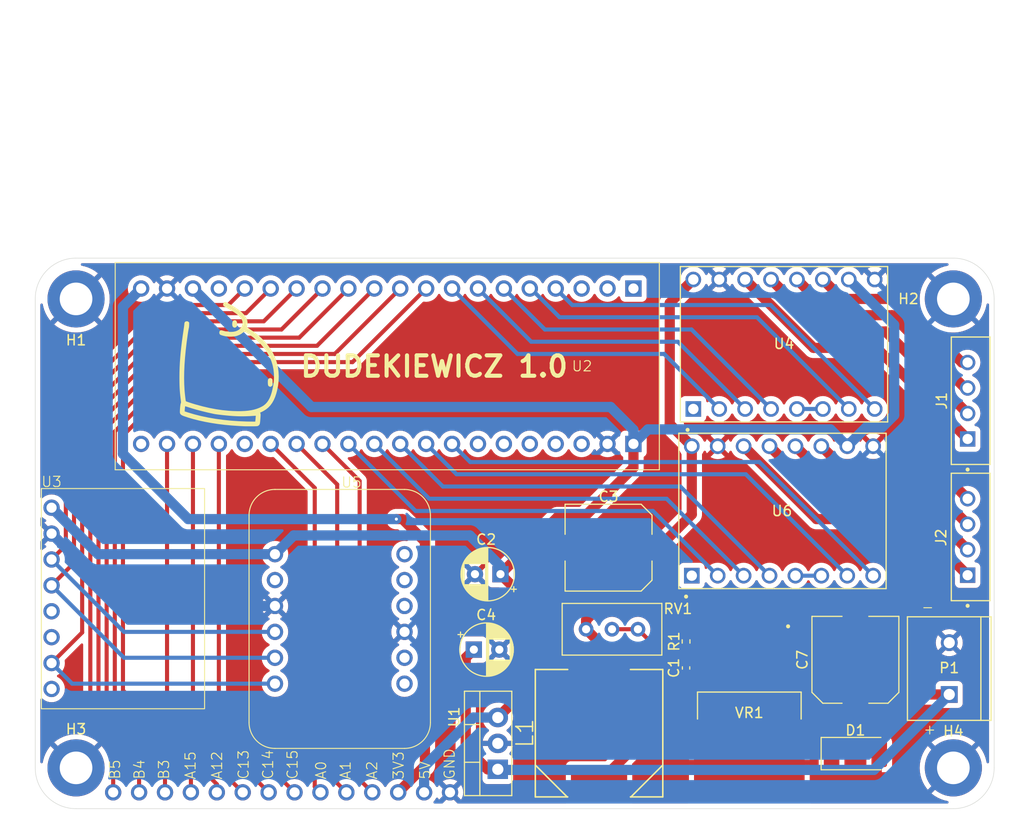
<source format=kicad_pcb>
(kicad_pcb (version 20240108) (generator "pcbnew") (generator_version "8.0")
  (layers (0 "F.Cu" signal) (31 "B.Cu" signal) (34 "B.Paste" user) (35 "F.Paste" user) (36 "B.SilkS" user "B.Silkscreen") (37 "F.SilkS" user "F.Silkscreen") (38 "B.Mask" user) (39 "F.Mask" user) (44 "Edge.Cuts" user))
  (net 0 "")
  (net 3 "P5")
  (net 5 "P1")
  (net 8 "+3V")
  (net 14 "P4")
  (net 17 "P6")
  (net 19 "P2")
  (net 20 "P3")
  (net 21 "Net-(VR1-FEEDBACK)")
  (net 22 "GND")
  (net 23 "+12V")
  (net 24 "+5V")
  (net 25 "Net-(D1-K)")
  (net 26 "Net-(U4-2B)")
  (net 27 "Net-(U4-1B)")
  (net 28 "Net-(U4-1A)")
  (net 29 "Net-(U4-2A)")
  (net 30 "Net-(U6-2A)")
  (net 31 "Net-(U6-1B)")
  (net 32 "Net-(U6-2B)")
  (net 33 "Net-(U6-1A)")
  (net 34 "MOT1_MS1")
  (net 35 "Net-(U4-~{RESET})")
  (net 36 "V_DRV")
  (net 37 "MOT1_MS2")
  (net 38 "MOT1_DIR")
  (net 39 "MOT1_MS3")
  (net 41 "MOT1_STEP")
  (net 42 "MOT2_MS3")
  (net 43 "Net-(U6-~{RESET})")
  (net 44 "MOT2_DIR")
  (net 45 "MOT2_MS2")
  (net 47 "MOT2_STEP")
  (net 48 "MOT2_MS1")
  (net 55 "INT")
  (net 56 "SDA")
  (net 57 "SCL")
  (net 58 "P10")
  (net 59 "P9")
  (net 60 "P8")
  (net 61 "P7")
  (net 62 "P11")
  (footprint "segway:logo" (layer "F.Cu") (at 139 90.4)
    (property "Reference" "G***" (hide yes))
    (property "Value" "LOGO" (hide yes))
  )
  (footprint "my-libraries:JST_B4B-EH-A" (layer "F.Cu") (at 211.4 107.35 90)
    (property "Reference" "J2" (at -0.05 -2.6 -90) (layer "F.SilkS"))
    (property "Value" "B4B-EH-A")
    (pad "1" thru_hole rect (at -3.75 0 90) (size 1.508 1.508) (drill 1) (layers "*.Cu" "*.Mask") (net 32 "Net-(U6-2B)"))
    (pad "2" thru_hole circle (at -1.25 0 90) (size 1.508 1.508) (drill 1) (layers "*.Cu" "*.Mask") (net 30 "Net-(U6-2A)"))
    (pad "3" thru_hole circle (at 1.25 0 90) (size 1.508 1.508) (drill 1) (layers "*.Cu" "*.Mask") (net 33 "Net-(U6-1A)"))
    (pad "4" thru_hole circle (at 3.75 0 90) (size 1.508 1.508) (drill 1) (layers "*.Cu" "*.Mask") (net 31 "Net-(U6-1B)"))
  )
  (footprint "Capacitor_SMD:C_Elec_8x10.2" (layer "F.Cu") (at 176.2 108.4 180)
    (property "Reference" "C3" (at 0 5 180) (layer "F.SilkS"))
    (property "Value" "220u")
    (pad "1" smd roundrect (at -3.6 0 180) (size 4.5 2.1) (layers "F.Cu" "F.Paste" "F.Mask") (roundrect_rratio 0.119048) (net 36 "V_DRV"))
    (pad "2" smd roundrect (at 3.6 0 180) (size 4.5 2.1) (layers "F.Cu" "F.Paste" "F.Mask") (roundrect_rratio 0.119048) (net 22 "GND"))
  )
  (footprint "MountingHole:MountingHole_3.2mm_M3_DIN965_Pad" (layer "F.Cu") (at 210 130)
    (property "Reference" "H4" (at 0 -3.6 0) (layer "F.SilkS"))
    (property "Value" "MountingHole_Pad")
    (pad "1" thru_hole circle (at 0 0) (size 5.6 5.6) (drill 3.2) (layers "*.Cu" "*.Mask") (net 22 "GND"))
  )
  (footprint "my-libraries:JST_B4B-EH-A" (layer "F.Cu") (at 211.4 93.9875 90)
    (property "Reference" "J1" (at -0.0125 -2.54 -90) (layer "F.SilkS"))
    (property "Value" "B4B-EH-A")
    (pad "1" thru_hole rect (at -3.75 0 90) (size 1.508 1.508) (drill 1) (layers "*.Cu" "*.Mask") (net 26 "Net-(U4-2B)"))
    (pad "2" thru_hole circle (at -1.25 0 90) (size 1.508 1.508) (drill 1) (layers "*.Cu" "*.Mask") (net 29 "Net-(U4-2A)"))
    (pad "3" thru_hole circle (at 1.25 0 90) (size 1.508 1.508) (drill 1) (layers "*.Cu" "*.Mask") (net 28 "Net-(U4-1A)"))
    (pad "4" thru_hole circle (at 3.75 0 90) (size 1.508 1.508) (drill 1) (layers "*.Cu" "*.Mask") (net 27 "Net-(U4-1B)"))
  )
  (footprint "Potentiometer_THT:Potentiometer_Bourns_3296W_Vertical" (layer "F.Cu") (at 179.08 116.4)
    (property "Reference" "RV1" (at 3.92 -2 0) (layer "F.SilkS"))
    (property "Value" "10k")
    (pad "1" thru_hole circle (at 0 0) (size 1.44 1.44) (drill 0.8) (layers "*.Cu" "*.Mask") (net 21 "Net-(VR1-FEEDBACK)"))
    (pad "2" thru_hole circle (at -2.54 0) (size 1.44 1.44) (drill 0.8) (layers "*.Cu" "*.Mask") (net 21 "Net-(VR1-FEEDBACK)"))
    (pad "3" thru_hole circle (at -5.08 0) (size 1.44 1.44) (drill 0.8) (layers "*.Cu" "*.Mask") (net 36 "V_DRV"))
  )
  (footprint "MountingHole:MountingHole_3.2mm_M3_DIN965_Pad" (layer "F.Cu") (at 124 130)
    (property "Reference" "H3" (at 0 -3.8 0) (layer "F.SilkS"))
    (property "Value" "MountingHole_Pad")
    (pad "1" thru_hole circle (at 0 0) (size 5.6 5.6) (drill 3.2) (layers "*.Cu" "*.Mask") (net 22 "GND"))
  )
  (footprint "segway:MODULE_A4988_STEPPER_MOTOR_DRIVER_CARRIER" (layer "F.Cu") (at 193.4 88.4475 90)
    (property "Reference" "U4" (at 0.0475 0 0) (layer "F.SilkS"))
    (property "Value" "A4988_STEPPER_MOTOR_DRIVER_CARRIER")
    (pad "1" thru_hole rect (at -6.35 -8.89 90) (size 1.53 1.53) (drill 1.02) (layers "*.Cu" "*.Mask"))
    (pad "2" thru_hole circle (at -6.35 -6.35 90) (size 1.53 1.53) (drill 1.02) (layers "*.Cu" "*.Mask") (net 34 "MOT1_MS1"))
    (pad "3" thru_hole circle (at -6.35 -3.81 90) (size 1.53 1.53) (drill 1.02) (layers "*.Cu" "*.Mask") (net 37 "MOT1_MS2"))
    (pad "4" thru_hole circle (at -6.35 -1.27 90) (size 1.53 1.53) (drill 1.02) (layers "*.Cu" "*.Mask") (net 39 "MOT1_MS3"))
    (pad "5" thru_hole circle (at -6.35 1.27 90) (size 1.53 1.53) (drill 1.02) (layers "*.Cu" "*.Mask") (net 35 "Net-(U4-~{RESET})"))
    (pad "6" thru_hole circle (at -6.35 3.81 90) (size 1.53 1.53) (drill 1.02) (layers "*.Cu" "*.Mask") (net 35 "Net-(U4-~{RESET})"))
    (pad "7" thru_hole circle (at -6.35 6.35 90) (size 1.53 1.53) (drill 1.02) (layers "*.Cu" "*.Mask") (net 41 "MOT1_STEP"))
    (pad "8" thru_hole circle (at -6.35 8.89 90) (size 1.53 1.53) (drill 1.02) (layers "*.Cu" "*.Mask") (net 38 "MOT1_DIR"))
    (pad "9" thru_hole circle (at 6.35 8.89 90) (size 1.53 1.53) (drill 1.02) (layers "*.Cu" "*.Mask") (net 22 "GND"))
    (pad "10" thru_hole circle (at 6.35 6.35 90) (size 1.53 1.53) (drill 1.02) (layers "*.Cu" "*.Mask") (net 24 "+5V"))
    (pad "11" thru_hole circle (at 6.35 3.81 90) (size 1.53 1.53) (drill 1.02) (layers "*.Cu" "*.Mask") (net 27 "Net-(U4-1B)"))
    (pad "12" thru_hole circle (at 6.35 1.27 90) (size 1.53 1.53) (drill 1.02) (layers "*.Cu" "*.Mask") (net 28 "Net-(U4-1A)"))
    (pad "13" thru_hole circle (at 6.35 -1.27 90) (size 1.53 1.53) (drill 1.02) (layers "*.Cu" "*.Mask") (net 29 "Net-(U4-2A)"))
    (pad "14" thru_hole circle (at 6.35 -3.81 90) (size 1.53 1.53) (drill 1.02) (layers "*.Cu" "*.Mask") (net 26 "Net-(U4-2B)"))
    (pad "15" thru_hole circle (at 6.35 -6.35 90) (size 1.53 1.53) (drill 1.02) (layers "*.Cu" "*.Mask") (net 22 "GND"))
    (pad "16" thru_hole circle (at 6.35 -8.89 90) (size 1.53 1.53) (drill 1.02) (layers "*.Cu" "*.Mask") (net 36 "V_DRV"))
  )
  (footprint "segway:MODULE_A4988_STEPPER_MOTOR_DRIVER_CARRIER" (layer "F.Cu") (at 193.25 104.7975 90)
    (property "Reference" "U6" (at -0.0025 -0.05 180) (layer "F.SilkS"))
    (property "Value" "A4988_STEPPER_MOTOR_DRIVER_CARRIER")
    (pad "1" thru_hole rect (at -6.35 -8.89 90) (size 1.53 1.53) (drill 1.02) (layers "*.Cu" "*.Mask"))
    (pad "2" thru_hole circle (at -6.35 -6.35 90) (size 1.53 1.53) (drill 1.02) (layers "*.Cu" "*.Mask") (net 48 "MOT2_MS1"))
    (pad "3" thru_hole circle (at -6.35 -3.81 90) (size 1.53 1.53) (drill 1.02) (layers "*.Cu" "*.Mask") (net 45 "MOT2_MS2"))
    (pad "4" thru_hole circle (at -6.35 -1.27 90) (size 1.53 1.53) (drill 1.02) (layers "*.Cu" "*.Mask") (net 42 "MOT2_MS3"))
    (pad "5" thru_hole circle (at -6.35 1.27 90) (size 1.53 1.53) (drill 1.02) (layers "*.Cu" "*.Mask") (net 43 "Net-(U6-~{RESET})"))
    (pad "6" thru_hole circle (at -6.35 3.81 90) (size 1.53 1.53) (drill 1.02) (layers "*.Cu" "*.Mask") (net 43 "Net-(U6-~{RESET})"))
    (pad "7" thru_hole circle (at -6.35 6.35 90) (size 1.53 1.53) (drill 1.02) (layers "*.Cu" "*.Mask") (net 47 "MOT2_STEP"))
    (pad "8" thru_hole circle (at -6.35 8.89 90) (size 1.53 1.53) (drill 1.02) (layers "*.Cu" "*.Mask") (net 44 "MOT2_DIR"))
    (pad "9" thru_hole circle (at 6.35 8.89 90) (size 1.53 1.53) (drill 1.02) (layers "*.Cu" "*.Mask") (net 22 "GND"))
    (pad "10" thru_hole circle (at 6.35 6.35 90) (size 1.53 1.53) (drill 1.02) (layers "*.Cu" "*.Mask") (net 24 "+5V"))
    (pad "11" thru_hole circle (at 6.35 3.81 90) (size 1.53 1.53) (drill 1.02) (layers "*.Cu" "*.Mask") (net 31 "Net-(U6-1B)"))
    (pad "12" thru_hole circle (at 6.35 1.27 90) (size 1.53 1.53) (drill 1.02) (layers "*.Cu" "*.Mask") (net 33 "Net-(U6-1A)"))
    (pad "13" thru_hole circle (at 6.35 -1.27 90) (size 1.53 1.53) (drill 1.02) (layers "*.Cu" "*.Mask") (net 30 "Net-(U6-2A)"))
    (pad "14" thru_hole circle (at 6.35 -3.81 90) (size 1.53 1.53) (drill 1.02) (layers "*.Cu" "*.Mask") (net 32 "Net-(U6-2B)"))
    (pad "15" thru_hole circle (at 6.35 -6.35 90) (size 1.53 1.53) (drill 1.02) (layers "*.Cu" "*.Mask") (net 22 "GND"))
    (pad "16" thru_hole circle (at 6.35 -8.89 90) (size 1.53 1.53) (drill 1.02) (layers "*.Cu" "*.Mask") (net 36 "V_DRV"))
  )
  (footprint "segway:ICN20948" (layer "F.Cu") (at 151.12 114.12 -90)
    (property "Reference" "U5" (at -12.12 0.12 0) (layer "F.SilkS") (effects (font (thickness 0.1))))
    (property "Value" "~")
    (pad "1" thru_hole circle (at -5.08 7.62 270) (size 1.6 1.6) (drill 1) (layers "*.Cu" "*.Mask") (net 24 "+5V"))
    (pad "2" thru_hole circle (at -2.54 7.62 270) (size 1.6 1.6) (drill 1) (layers "*.Cu" "*.Mask"))
    (pad "3" thru_hole circle (at 0 7.62 270) (size 1.6 1.6) (drill 1) (layers "*.Cu" "*.Mask") (net 22 "GND"))
    (pad "4" thru_hole circle (at 2.54 7.62 270) (size 1.6 1.6) (drill 1) (layers "*.Cu" "*.Mask") (net 57 "SCL"))
    (pad "5" thru_hole circle (at 5.08 7.62 270) (size 1.6 1.6) (drill 1) (layers "*.Cu" "*.Mask") (net 56 "SDA"))
    (pad "6" thru_hole circle (at 7.62 7.62 270) (size 1.6 1.6) (drill 1) (layers "*.Cu" "*.Mask") (net 55 "INT"))
    (pad "7" thru_hole circle (at -5.08 -5.08 270) (size 1.6 1.6) (drill 1) (layers "*.Cu" "*.Mask"))
    (pad "8" thru_hole circle (at -2.54 -5.08 270) (size 1.6 1.6) (drill 1) (layers "*.Cu" "*.Mask"))
    (pad "9" thru_hole circle (at 0 -5.08 270) (size 1.6 1.6) (drill 1) (layers "*.Cu" "*.Mask"))
    (pad "10" thru_hole circle (at 2.54 -5.08 270) (size 1.6 1.6) (drill 1) (layers "*.Cu" "*.Mask") (net 22 "GND"))
    (pad "11" thru_hole circle (at 5.08 -5.08 270) (size 1.6 1.6) (drill 1) (layers "*.Cu" "*.Mask"))
    (pad "12" thru_hole circle (at 7.62 -5.08 270) (size 1.6 1.6) (drill 1) (layers "*.Cu" "*.Mask"))
  )
  (footprint "Capacitor_THT:CP_Radial_D5.0mm_P2.50mm" (layer "F.Cu") (at 162.994888 118.4)
    (property "Reference" "C4" (at 1.205112 -3.4 0) (layer "F.SilkS"))
    (property "Value" "1u")
    (pad "1" thru_hole rect (at 0 0) (size 1.6 1.6) (drill 0.8) (layers "*.Cu" "*.Mask") (net 23 "+12V"))
    (pad "2" thru_hole circle (at 2.5 0) (size 1.6 1.6) (drill 0.8) (layers "*.Cu" "*.Mask") (net 22 "GND"))
  )
  (footprint "MountingHole:MountingHole_3.2mm_M3_DIN965_Pad" (layer "F.Cu") (at 210 84)
    (property "Reference" "H2" (at -4.4 0 0) (layer "F.SilkS"))
    (property "Value" "MountingHole_Pad")
    (pad "1" thru_hole circle (at 0 0) (size 5.6 5.6) (drill 3.2) (layers "*.Cu" "*.Mask") (net 22 "GND"))
  )
  (footprint "Diode_SMD:D_2010_5025Metric_Pad1.52x2.65mm_HandSolder" (layer "F.Cu") (at 200.4 128.6)
    (property "Reference" "D1" (at 0 -2.28 0) (layer "F.SilkS"))
    (property "Value" "SS34")
    (pad "1" smd roundrect (at -2.3375 0) (size 1.525 2.65) (layers "F.Cu" "F.Paste" "F.Mask") (roundrect_rratio 0.163934) (net 25 "Net-(D1-K)"))
    (pad "2" smd roundrect (at 2.3375 0) (size 1.525 2.65) (layers "F.Cu" "F.Paste" "F.Mask") (roundrect_rratio 0.163934) (net 22 "GND"))
  )
  (footprint "segway:MPU6050" (layer "F.Cu") (at 121.6 112.1)
    (property "Reference" "U3" (at 0 -10.16 0) (layer "F.SilkS") (effects (font (thickness 0.1))))
    (property "Value" "~")
    (pad "1" thru_hole circle (at 0 -7.62) (size 1.6 1.6) (drill 1) (layers "*.Cu" "*.Mask") (net 24 "+5V"))
    (pad "2" thru_hole circle (at 0 -5.08) (size 1.6 1.6) (drill 1) (layers "*.Cu" "*.Mask") (net 22 "GND"))
    (pad "3" thru_hole circle (at 0 -2.54) (size 1.6 1.6) (drill 1) (layers "*.Cu" "*.Mask") (net 57 "SCL"))
    (pad "4" thru_hole circle (at 0 0) (size 1.6 1.6) (drill 1) (layers "*.Cu" "*.Mask") (net 56 "SDA"))
    (pad "5" thru_hole circle (at 0 2.54) (size 1.6 1.6) (drill 1) (layers "*.Cu" "*.Mask"))
    (pad "6" thru_hole circle (at 0 5.08) (size 1.6 1.6) (drill 1) (layers "*.Cu" "*.Mask"))
    (pad "7" thru_hole circle (at 0 7.62) (size 1.6 1.6) (drill 1) (layers "*.Cu" "*.Mask") (net 55 "INT"))
    (pad "8" thru_hole circle (at 0 10.16) (size 1.6 1.6) (drill 1) (layers "*.Cu" "*.Mask"))
  )
  (footprint "segway:segway_pinout" (layer "F.Cu") (at 144.15 132.4 180)
    (property "Reference" "U7" (hide yes))
    (property "Value" "~")
    (pad "1" thru_hole circle (at -16.51 0 180) (size 1.6 1.6) (drill 1) (layers "*.Cu" "*.Mask") (net 22 "GND"))
    (pad "2" thru_hole circle (at -13.97 0 180) (size 1.6 1.6) (drill 1) (layers "*.Cu" "*.Mask") (net 24 "+5V"))
    (pad "3" thru_hole circle (at -11.43 0 180) (size 1.6 1.6) (drill 1) (layers "*.Cu" "*.Mask") (net 8 "+3V"))
    (pad "4" thru_hole circle (at -8.89 0 180) (size 1.6 1.6) (drill 1) (layers "*.Cu" "*.Mask") (net 5 "P1"))
    (pad "5" thru_hole circle (at -6.35 0 180) (size 1.6 1.6) (drill 1) (layers "*.Cu" "*.Mask") (net 19 "P2"))
    (pad "6" thru_hole circle (at -3.81 0 180) (size 1.6 1.6) (drill 1) (layers "*.Cu" "*.Mask") (net 20 "P3"))
    (pad "7" thru_hole circle (at -1.27 0 180) (size 1.6 1.6) (drill 1) (layers "*.Cu" "*.Mask") (net 14 "P4"))
    (pad "8" thru_hole circle (at 1.27 0 180) (size 1.6 1.6) (drill 1) (layers "*.Cu" "*.Mask") (net 3 "P5"))
    (pad "9" thru_hole circle (at 3.81 0 180) (size 1.6 1.6) (drill 1) (layers "*.Cu" "*.Mask") (net 17 "P6"))
    (pad "10" thru_hole circle (at 6.35 0 180) (size 1.6 1.6) (drill 1) (layers "*.Cu" "*.Mask") (net 61 "P7"))
    (pad "11" thru_hole circle (at 8.89 0 180) (size 1.6 1.6) (drill 1) (layers "*.Cu" "*.Mask") (net 60 "P8"))
    (pad "12" thru_hole circle (at 11.43 0 180) (size 1.6 1.6) (drill 1) (layers "*.Cu" "*.Mask") (net 59 "P9"))
    (pad "13" thru_hole circle (at 13.97 0 180) (size 1.6 1.6) (drill 1) (layers "*.Cu" "*.Mask") (net 58 "P10"))
    (pad "14" thru_hole circle (at 16.51 0 180) (size 1.6 1.6) (drill 1) (layers "*.Cu" "*.Mask") (net 62 "P11"))
  )
  (footprint "my-libraries:INDM125125X600N" (layer "F.Cu") (at 175.27 126.6 90)
    (property "Reference" "L1" (at 0 -7.27 -90) (layer "F.SilkS") (effects (font (size 1.641087 1.641087))))
    (property "Value" "100u")
    (pad "1" smd rect (at -4.826 0 90) (size 3.1496 5.5118) (layers "F.Cu" "F.Paste" "F.Mask") (net 25 "Net-(D1-K)"))
    (pad "2" smd rect (at 4.826 0 90) (size 3.1496 5.5118) (layers "F.Cu" "F.Paste" "F.Mask") (net 36 "V_DRV"))
  )
  (footprint "Package_TO_SOT_THT:TO-220-3_Vertical" (layer "F.Cu") (at 165.345 130.14 90)
    (property "Reference" "U1" (at 5.14 -4.27 -90) (layer "F.SilkS"))
    (property "Value" "LM7805_TO220")
    (pad "1" thru_hole rect (at 0 0 90) (size 1.905 2) (drill 1.1) (layers "*.Cu" "*.Mask") (net 23 "+12V"))
    (pad "2" thru_hole oval (at 2.54 0 90) (size 1.905 2) (drill 1.1) (layers "*.Cu" "*.Mask") (net 22 "GND"))
    (pad "3" thru_hole oval (at 5.08 0 90) (size 1.905 2) (drill 1.1) (layers "*.Cu" "*.Mask") (net 24 "+5V"))
  )
  (footprint "Resistor_SMD:R_0402_1005Metric_Pad0.72x0.64mm_HandSolder" (layer "F.Cu") (at 183.8 117.6 90)
    (property "Reference" "R1" (at 0 -1.17 -90) (layer "F.SilkS"))
    (property "Value" "330")
    (pad "1" smd roundrect (at -0.5975 0 90) (size 0.715 0.64) (layers "F.Cu" "F.Paste" "F.Mask") (net 21 "Net-(VR1-FEEDBACK)"))
    (pad "2" smd roundrect (at 0.5975 0 90) (size 0.715 0.64) (layers "F.Cu" "F.Paste" "F.Mask") (net 22 "GND"))
  )
  (footprint "segway:TO170P1524X483-6N" (layer "F.Cu") (at 190 125.1175 -90)
    (property "Reference" "VR1" (at -0.5175 0 180) (layer "F.SilkS"))
    (property "Value" "LM2596S")
    (pad "1" smd rect (at -6.4 -3.4 270) (size 3.79 0.99) (layers "F.Cu" "F.Paste" "F.Mask") (net 23 "+12V"))
    (pad "2" smd rect (at -6.4 -1.7 270) (size 3.79 0.99) (layers "F.Cu" "F.Paste" "F.Mask") (net 25 "Net-(D1-K)"))
    (pad "3" smd rect (at -6.4 0 270) (size 3.79 0.99) (layers "F.Cu" "F.Paste" "F.Mask") (net 22 "GND"))
    (pad "4" smd rect (at -6.4 1.7 270) (size 3.79 0.99) (layers "F.Cu" "F.Paste" "F.Mask") (net 21 "Net-(VR1-FEEDBACK)"))
    (pad "5" smd rect (at -6.4 3.4 270) (size 3.79 0.99) (layers "F.Cu" "F.Paste" "F.Mask") (net 22 "GND"))
    (pad "6" smd rect (at 4.35 0 270) (size 7.88 10.84) (layers "F.Cu" "F.Mask") (net 22 "GND"))
  )
  (footprint "segway:stm32 blackpill" (layer "F.Cu") (at 173.56 90.6 -90)
    (property "Reference" "U2" (at 0 -0.04 0) (layer "F.SilkS") (effects (font (thickness 0.1))))
    (property "Value" "~")
    (pad "1" thru_hole rect (at -7.62 -5.08 270) (size 1.6 1.6) (drill 1) (layers "*.Cu" "*.Mask"))
    (pad "2" thru_hole circle (at -7.62 -2.54 270) (size 1.6 1.6) (drill 1) (layers "*.Cu" "*.Mask"))
    (pad "3" thru_hole circle (at -7.62 0 270) (size 1.6 1.6) (drill 1) (layers "*.Cu" "*.Mask"))
    (pad "4" thru_hole circle (at -7.62 2.54 270) (size 1.6 1.6) (drill 1) (layers "*.Cu" "*.Mask") (net 38 "MOT1_DIR"))
    (pad "5" thru_hole circle (at -7.62 5.08 270) (size 1.6 1.6) (drill 1) (layers "*.Cu" "*.Mask") (net 41 "MOT1_STEP"))
    (pad "6" thru_hole circle (at -7.62 7.62 270) (size 1.6 1.6) (drill 1) (layers "*.Cu" "*.Mask") (net 39 "MOT1_MS3"))
    (pad "7" thru_hole circle (at -7.62 10.16 270) (size 1.6 1.6) (drill 1) (layers "*.Cu" "*.Mask") (net 37 "MOT1_MS2"))
    (pad "8" thru_hole circle (at -7.62 12.7 270) (size 1.6 1.6) (drill 1) (layers "*.Cu" "*.Mask") (net 34 "MOT1_MS1"))
    (pad "9" thru_hole circle (at -7.62 15.24 270) (size 1.6 1.6) (drill 1) (layers "*.Cu" "*.Mask") (net 61 "P7"))
    (pad "10" thru_hole circle (at -7.62 17.78 270) (size 1.6 1.6) (drill 1) (layers "*.Cu" "*.Mask") (net 60 "P8"))
    (pad "11" thru_hole circle (at -7.62 20.32 270) (size 1.6 1.6) (drill 1) (layers "*.Cu" "*.Mask") (net 59 "P9"))
    (pad "12" thru_hole circle (at -7.62 22.86 270) (size 1.6 1.6) (drill 1) (layers "*.Cu" "*.Mask") (net 58 "P10"))
    (pad "13" thru_hole circle (at -7.62 25.4 270) (size 1.6 1.6) (drill 1) (layers "*.Cu" "*.Mask") (net 62 "P11"))
    (pad "14" thru_hole circle (at -7.62 27.94 270) (size 1.6 1.6) (drill 1) (layers "*.Cu" "*.Mask") (net 55 "INT"))
    (pad "15" thru_hole circle (at -7.62 30.48 270) (size 1.6 1.6) (drill 1) (layers "*.Cu" "*.Mask") (net 56 "SDA"))
    (pad "16" thru_hole circle (at -7.62 33.02 270) (size 1.6 1.6) (drill 1) (layers "*.Cu" "*.Mask") (net 57 "SCL"))
    (pad "17" thru_hole circle (at -7.62 35.56 270) (size 1.6 1.6) (drill 1) (layers "*.Cu" "*.Mask"))
    (pad "18" thru_hole circle (at -7.62 38.1 270) (size 1.6 1.6) (drill 1) (layers "*.Cu" "*.Mask") (net 24 "+5V"))
    (pad "19" thru_hole circle (at -7.62 40.64 270) (size 1.6 1.6) (drill 1) (layers "*.Cu" "*.Mask") (net 22 "GND"))
    (pad "20" thru_hole circle (at -7.62 43.18 270) (size 1.6 1.6) (drill 1) (layers "*.Cu" "*.Mask") (net 8 "+3V"))
    (pad "21" thru_hole rect (at 7.62 -5.08 270) (size 1.6 1.6) (drill 1) (layers "*.Cu" "*.Mask") (net 24 "+5V"))
    (pad "22" thru_hole circle (at 7.62 -2.54 270) (size 1.6 1.6) (drill 1) (layers "*.Cu" "*.Mask") (net 22 "GND"))
    (pad "23" thru_hole circle (at 7.62 0 270) (size 1.6 1.6) (drill 1) (layers "*.Cu" "*.Mask"))
    (pad "24" thru_hole circle (at 7.62 2.54 270) (size 1.6 1.6) (drill 1) (layers "*.Cu" "*.Mask"))
    (pad "25" thru_hole circle (at 7.62 5.08 270) (size 1.6 1.6) (drill 1) (layers "*.Cu" "*.Mask"))
    (pad "26" thru_hole circle (at 7.62 7.62 270) (size 1.6 1.6) (drill 1) (layers "*.Cu" "*.Mask"))
    (pad "27" thru_hole circle (at 7.62 10.16 270) (size 1.6 1.6) (drill 1) (layers "*.Cu" "*.Mask"))
    (pad "28" thru_hole circle (at 7.62 12.7 270) (size 1.6 1.6) (drill 1) (layers "*.Cu" "*.Mask") (net 44 "MOT2_DIR"))
    (pad "29" thru_hole circle (at 7.62 15.24 270) (size 1.6 1.6) (drill 1) (layers "*.Cu" "*.Mask") (net 47 "MOT2_STEP"))
    (pad "30" thru_hole circle (at 7.62 17.78 270) (size 1.6 1.6) (drill 1) (layers "*.Cu" "*.Mask") (net 42 "MOT2_MS3"))
    (pad "31" thru_hole circle (at 7.62 20.32 270) (size 1.6 1.6) (drill 1) (layers "*.Cu" "*.Mask") (net 45 "MOT2_MS2"))
    (pad "32" thru_hole circle (at 7.62 22.86 270) (size 1.6 1.6) (drill 1) (layers "*.Cu" "*.Mask") (net 48 "MOT2_MS1"))
    (pad "33" thru_hole circle (at 7.62 25.4 270) (size 1.6 1.6) (drill 1) (layers "*.Cu" "*.Mask") (net 5 "P1"))
    (pad "34" thru_hole circle (at 7.62 27.94 270) (size 1.6 1.6) (drill 1) (layers "*.Cu" "*.Mask") (net 19 "P2"))
    (pad "35" thru_hole circle (at 7.62 30.48 270) (size 1.6 1.6) (drill 1) (layers "*.Cu" "*.Mask") (net 20 "P3"))
    (pad "36" thru_hole circle (at 7.62 33.02 270) (size 1.6 1.6) (drill 1) (layers "*.Cu" "*.Mask"))
    (pad "37" thru_hole circle (at 7.62 35.56 270) (size 1.6 1.6) (drill 1) (layers "*.Cu" "*.Mask") (net 14 "P4"))
    (pad "38" thru_hole circle (at 7.62 38.1 270) (size 1.6 1.6) (drill 1) (layers "*.Cu" "*.Mask") (net 3 "P5"))
    (pad "39" thru_hole circle (at 7.62 40.64 270) (size 1.6 1.6) (drill 1) (layers "*.Cu" "*.Mask") (net 17 "P6"))
    (pad "40" thru_hole circle (at 7.62 43.18 270) (size 1.6 1.6) (drill 1) (layers "*.Cu" "*.Mask"))
  )
  (footprint "segway:TE_282837-2" (layer "F.Cu") (at 209.6 120.26 90)
    (property "Reference" "P1" (at 0.06 0 0) (layer "F.SilkS") (effects (font (size 1.002039 1.002039))))
    (property "Value" "282837-2")
    (pad "1" thru_hole rect (at -2.54 0 90) (size 1.65 1.65) (drill 1.1) (layers "*.Cu" "*.Mask") (net 23 "+12V"))
    (pad "2" thru_hole circle (at 2.54 0 90) (size 1.65 1.65) (drill 1.1) (layers "*.Cu" "*.Mask") (net 22 "GND"))
  )
  (footprint "MountingHole:MountingHole_3.2mm_M3_DIN965_Pad" (layer "F.Cu") (at 124 84)
    (property "Reference" "H1" (at 0 4.05 0) (layer "F.SilkS"))
    (property "Value" "MountingHole_Pad")
    (pad "1" thru_hole circle (at 0 0) (size 5.6 5.6) (drill 3.2) (layers "*.Cu" "*.Mask") (net 22 "GND"))
  )
  (footprint "Capacitor_THT:CP_Radial_D5.0mm_P2.50mm" (layer "F.Cu") (at 165.605113 111 180)
    (property "Reference" "C2" (at 1.405113 3.4 180) (layer "F.SilkS"))
    (property "Value" "1u")
    (pad "1" thru_hole rect (at 0 0 180) (size 1.6 1.6) (drill 0.8) (layers "*.Cu" "*.Mask") (net 24 "+5V"))
    (pad "2" thru_hole circle (at 2.5 0 180) (size 1.6 1.6) (drill 0.8) (layers "*.Cu" "*.Mask") (net 22 "GND"))
  )
  (footprint "Capacitor_SMD:C_Elec_8x10.2" (layer "F.Cu") (at 200.4 119.4 90)
    (property "Reference" "C7" (at 0 -5.2 90) (layer "F.SilkS"))
    (property "Value" "220u")
    (pad "1" smd roundrect (at -3.6 0 90) (size 4.5 2.1) (layers "F.Cu" "F.Paste" "F.Mask") (roundrect_rratio 0.119048) (net 23 "+12V"))
    (pad "2" smd roundrect (at 3.6 0 90) (size 4.5 2.1) (layers "F.Cu" "F.Paste" "F.Mask") (roundrect_rratio 0.119048) (net 22 "GND"))
  )
  (footprint "Capacitor_SMD:C_0402_1005Metric_Pad0.74x0.62mm_HandSolder" (layer "F.Cu") (at 183.8 120.2 -90)
    (property "Reference" "C1" (at 0 1.2 90) (layer "F.SilkS"))
    (property "Value" "0.1u")
    (pad "1" smd roundrect (at -0.5675 0 270) (size 0.735 0.62) (layers "F.Cu" "F.Paste" "F.Mask") (net 21 "Net-(VR1-FEEDBACK)"))
    (pad "2" smd roundrect (at 0.5675 0 270) (size 0.735 0.62) (layers "F.Cu" "F.Paste" "F.Mask") (net 36 "V_DRV"))
  )
  (gr_line (start 124 134) (end 210 134) (stroke (width 0.05)) (layer "Edge.Cuts"))
  (gr_arc (start 124 134) (mid 121.171573 132.828427) (end 120 130) (stroke (width 0.05)) (layer "Edge.Cuts"))
  (gr_line (start 210 80) (end 124 80) (stroke (width 0.05)) (layer "Edge.Cuts"))
  (gr_line (start 214 130) (end 214 84) (stroke (width 0.05)) (layer "Edge.Cuts"))
  (gr_line (start 120 84) (end 120 130) (stroke (width 0.05)) (layer "Edge.Cuts"))
  (gr_arc (start 120 84) (mid 121.171573 81.171573) (end 124 80) (stroke (width 0.05)) (layer "Edge.Cuts"))
  (gr_arc (start 214 130) (mid 212.828427 132.828427) (end 210 134) (stroke (width 0.05)) (layer "Edge.Cuts"))
  (gr_arc (start 210 80) (mid 212.828427 81.171573) (end 214 84) (stroke (width 0.05)) (layer "Edge.Cuts"))
  (gr_text "B5" (at 128.4 131.2 90) (layer "F.SilkS") (effects (font (size 1 1) (thickness 0.1)) (justify left bottom)))
  (gr_text "GND" (at 161.2 131.2 90) (layer "F.SilkS") (effects (font (size 1 1) (thickness 0.1)) (justify left bottom)))
  (gr_text "3V3" (at 156.2 131.2 90) (layer "F.SilkS") (effects (font (size 1 1) (thickness 0.1)) (justify left bottom)))
  (gr_text "+" (at 207 126.8 0) (layer "F.SilkS") (effects (font (size 1 1) (thickness 0.1)) (justify left bottom)))
  (gr_text "B3" (at 133.2 131.2 90) (layer "F.SilkS") (effects (font (size 1 1) (thickness 0.1)) (justify left bottom)))
  (gr_text "A15" (at 135.8 131.2 90) (layer "F.SilkS") (effects (font (size 1 1) (thickness 0.1)) (justify left bottom)))
  (gr_text "B4" (at 130.8 131.2 90) (layer "F.SilkS") (effects (font (size 1 1) (thickness 0.1)) (justify left bottom)))
  (gr_text "A2" (at 153.6 131.2 90) (layer "F.SilkS") (effects (font (size 1 1) (thickness 0.1)) (justify left bottom)))
  (gr_text "C13" (at 141 131.2 90) (layer "F.SilkS") (effects (font (size 1 1) (thickness 0.1)) (justify left bottom)))
  (gr_text "5V" (at 158.8 131.2 90) (layer "F.SilkS") (effects (font (size 1 1) (thickness 0.1)) (justify left bottom)))
  (gr_text "C15" (at 145.8 131.2 90) (layer "F.SilkS") (effects (font (size 1 1) (thickness 0.1)) (justify left bottom)))
  (gr_text "-" (at 206.8 114.8 0) (layer "F.SilkS") (effects (font (size 1 1) (thickness 0.1)) (justify left bottom)))
  (gr_text "C14" (at 143.4 131.2 90) (layer "F.SilkS") (effects (font (size 1 1) (thickness 0.1)) (justify left bottom)))
  (gr_text "A12" (at 138.4 131.2 90) (layer "F.SilkS") (effects (font (size 1 1) (thickness 0.1)) (justify left bottom)))
  (gr_text "A0" (at 148.6 131.2 90) (layer "F.SilkS") (effects (font (size 1 1) (thickness 0.1)) (justify left bottom)))
  (gr_text "A1" (at 151 131.2 90) (layer "F.SilkS") (effects (font (size 1 1) (thickness 0.1)) (justify left bottom)))
  (gr_text "DUDEKIEWICZ 1.0" (at 145.8 91.8 0) (layer "F.SilkS") (effects (font (size 2 2) (thickness 0.4) (bold yes)) (justify left bottom)))
  (segment (start 135.46 98.22) (end 135.46 124.98) (width 0.4) (layer "F.Cu") (net 3))
  (segment (start 135.6 98.36) (end 135.46 98.22) (width 0.4) (layer "F.Cu") (net 3))
  (segment (start 135.46 124.98) (end 142.88 132.4) (width 0.4) (layer "F.Cu") (net 3))
  (segment (start 153.04 132.4) (end 151.8 131.16) (width 0.4) (layer "F.Cu") (net 5))
  (segment (start 151.8 131.16) (end 151.8 101.86) (width 0.4) (layer "F.Cu") (net 5))
  (segment (start 151.8 101.86) (end 148.16 98.22) (width 0.4) (layer "F.Cu") (net 5))
  (segment (start 155.4 105.6) (end 156 105.6) (width 1) (layer "F.Cu") (net 8))
  (segment (start 156 105.6) (end 158.2 107.8) (width 1) (layer "F.Cu") (net 8))
  (segment (start 158.2 129.78) (end 155.58 132.4) (width 1) (layer "F.Cu") (net 8))
  (segment (start 158.2 107.8) (end 158.2 129.78) (width 1) (layer "F.Cu") (net 8))
  (via (at 155.4 105.6) (size 0.6) (drill 0.3) (layers "F.Cu" "B.Cu") (net 8))
  (segment (start 128.6 99.2) (end 135 105.6) (width 1) (layer "B.Cu") (net 8))
  (segment (start 135 105.6) (end 155.4 105.6) (width 1) (layer "B.Cu") (net 8))
  (segment (start 130.38 82.98) (end 128.6 84.76) (width 1) (layer "B.Cu") (net 8))
  (segment (start 128.6 84.76) (end 128.6 99.2) (width 1) (layer "B.Cu") (net 8))
  (segment (start 138 98.22) (end 138 124.98) (width 0.4) (layer "F.Cu") (net 14))
  (segment (start 138 124.98) (end 145.42 132.4) (width 0.4) (layer "F.Cu") (net 14))
  (segment (start 132.92 124.98) (end 140.34 132.4) (width 0.4) (layer "F.Cu") (net 17))
  (segment (start 133 98.3) (end 132.92 98.22) (width 0.4) (layer "F.Cu") (net 17))
  (segment (start 132.92 98.22) (end 132.92 124.98) (width 0.4) (layer "F.Cu") (net 17))
  (segment (start 150.5 132.4) (end 149.6 131.5) (width 0.4) (layer "F.Cu") (net 19))
  (segment (start 149.6 102.2) (end 145.62 98.22) (width 0.4) (layer "F.Cu") (net 19))
  (segment (start 149.6 131.5) (end 149.6 102.2) (width 0.4) (layer "F.Cu") (net 19))
  (segment (start 147.4 102.54) (end 143.08 98.22) (width 0.4) (layer "F.Cu") (net 20))
  (segment (start 147.4 131.84) (end 147.4 102.54) (width 0.4) (layer "F.Cu") (net 20))
  (segment (start 147.96 132.4) (end 147.4 131.84) (width 0.4) (layer "F.Cu") (net 20))
  (segment (start 183.8 119.6325) (end 183.8 118.1975) (width 0.4) (layer "F.Cu") (net 21))
  (segment (start 188.3 120.8075) (end 188.3 118.7175) (width 0.4) (layer "F.Cu") (net 21))
  (segment (start 184.325 119.6325) (end 183.8 119.6325) (width 0.4) (layer "F.Cu") (net 21))
  (segment (start 183.8 118.1975) (end 180.8775 118.1975) (width 0.4) (layer "F.Cu") (net 21))
  (segment (start 187.795 121.3125) (end 186.005 121.3125) (width 0.4) (layer "F.Cu") (net 21))
  (segment (start 179.08 116.4) (end 176.54 116.4) (width 0.4) (layer "F.Cu") (net 21))
  (segment (start 180.8775 118.1975) (end 179.08 116.4) (width 0.4) (layer "F.Cu") (net 21))
  (segment (start 187.795 121.3125) (end 188.3 120.8075) (width 0.4) (layer "F.Cu") (net 21))
  (segment (start 186.005 121.3125) (end 184.325 119.6325) (width 0.4) (layer "F.Cu") (net 21))
  (segment (start 121.6 107.02) (end 128.7 114.12) (width 1) (layer "B.Cu") (net 22))
  (segment (start 128.7 114.12) (end 143.5 114.12) (width 1) (layer "B.Cu") (net 22))
  (segment (start 201.1 122.8) (end 200.6 122.3) (width 1) (layer "F.Cu") (net 23))
  (segment (start 200.6 122.8) (end 200.4 123) (width 1) (layer "F.Cu") (net 23))
  (segment (start 165.345 130.14) (end 164.34 130.14) (width 1) (layer "F.Cu") (net 23))
  (segment (start 162.2 119.194888) (end 162.994888 118.4) (width 1) (layer "F.Cu") (net 23))
  (segment (start 164.34 130.14) (end 162.2 128) (width 1) (layer "F.Cu") (net 23))
  (segment (start 197.6825 123) (end 193.4 118.7175) (width 1) (layer "F.Cu") (net 23))
  (segment (start 162.2 128) (end 162.2 119.194888) (width 1) (layer "F.Cu") (net 23))
  (segment (start 209.6 122.8) (end 200.6 122.8) (width 1) (layer "F.Cu") (net 23))
  (segment (start 200.4 123) (end 197.6825 123) (width 1) (layer "F.Cu") (net 23))
  (segment (start 165.405 130.2) (end 165.345 130.14) (width 1) (layer "B.Cu") (net 23))
  (segment (start 209.6 122.8) (end 202.2 130.2) (width 1) (layer "B.Cu") (net 23))
  (segment (start 202.2 130.2) (end 165.405 130.2) (width 1) (layer "B.Cu") (net 23))
  (segment (start 165.605113 110.994887) (end 171.2 105.4) (width 1) (layer "F.Cu") (net 24))
  (segment (start 171.2 105.4) (end 173.8 105.4) (width 1) (layer "F.Cu") (net 24))
  (segment (start 165.345 125.06) (end 167.6 122.805) (width 1) (layer "F.Cu") (net 24))
  (segment (start 167.6 112.994887) (end 165.605113 111) (width 1) (layer "F.Cu") (net 24))
  (segment (start 178.64 100.56) (end 178.64 98.22) (width 1) (layer "F.Cu") (net 24))
  (segment (start 173.8 105.4) (end 178.64 100.56) (width 1) (layer "F.Cu") (net 24))
  (segment (start 165.605113 111) (end 165.605113 110.994887) (width 1) (layer "F.Cu") (net 24))
  (segment (start 167.6 122.805) (end 167.6 112.994887) (width 1) (layer "F.Cu") (net 24))
  (segment (start 203 96.6) (end 204.2 95.4) (width 1) (layer "B.Cu") (net 24))
  (segment (start 165.345 125.06) (end 162.94 125.06) (width 1) (layer "B.Cu") (net 24))
  (segment (start 165.605113 110.205113) (end 162.6 107.2) (width 1) (layer "B.Cu") (net 24))
  (segment (start 178.64 98.22) (end 180.06 96.8) (width 1) (layer "B.Cu") (net 24))
  (segment (start 143.5 109.04) (end 126.16 109.04) (width 1) (layer "B.Cu") (net 24))
  (segment (start 204.2 95.4) (end 204.2 86.5475) (width 1) (layer "B.Cu") (net 24))
  (segment (start 126.16 109.04) (end 121.6 104.48) (width 1) (layer "B.Cu") (net 24))
  (segment (start 158.12 129.88) (end 158.12 132.4) (width 1) (layer "B.Cu") (net 24))
  (segment (start 178.64 98.22) (end 178.64 96.84) (width 1) (layer "B.Cu") (net 24))
  (segment (start 180.06 96.8) (end 197.9525 96.8) (width 1) (layer "B.Cu") (net 24))
  (segment (start 201.4475 96.6) (end 203 96.6) (width 1) (layer "B.Cu") (net 24))
  (segment (start 178.64 96.84) (end 176.4 94.6) (width 1) (layer "B.Cu") (net 24))
  (segment (start 165.605113 111) (end 165.605113 110.205113) (width 1) (layer "B.Cu") (net 24))
  (segment (start 162.94 125.06) (end 158.12 129.88) (width 1) (layer "B.Cu") (net 24))
  (segment (start 145.34 107.2) (end 143.5 109.04) (width 1) (layer "B.Cu") (net 24))
  (segment (start 176.4 94.6) (end 147.08 94.6) (width 1) (layer "B.Cu") (net 24))
  (segment (start 147.08 94.6) (end 135.46 82.98) (width 1) (layer "B.Cu") (net 24))
  (segment (start 162.6 107.2) (end 145.34 107.2) (width 1) (layer "B.Cu") (net 24))
  (segment (start 204.2 86.5475) (end 199.75 82.0975) (width 1) (layer "B.Cu") (net 24))
  (segment (start 199.6 98.4475) (end 201.4475 96.6) (width 1) (layer "B.Cu") (net 24))
  (segment (start 197.9525 96.8) (end 199.6 98.4475) (width 1) (layer "B.Cu") (net 24))
  (segment (start 195.4925 124.6) (end 196.4 124.6) (width 1) (layer "F.Cu") (net 25))
  (segment (start 191.7 121.6125) (end 191.7 118.7175) (width 1) (layer "F.Cu") (net 25))
  (segment (start 197.9125 126.1125) (end 197.9125 127.4) (width 1) (layer "F.Cu") (net 25))
  (segment (start 191.7 118.7175) (end 191.7 120.8075) (width 1) (layer "F.Cu") (net 25))
  (segment (start 191.7 120.8075) (end 195.4925 124.6) (width 1) (layer "F.Cu") (net 25))
  (segment (start 182.696 124) (end 189.3125 124) (width 1) (layer "F.Cu") (net 25))
  (segment (start 175.27 131.426) (end 182.696 124) (width 1) (layer "F.Cu") (net 25))
  (segment (start 196.4 124.6) (end 197.9125 126.1125) (width 1) (layer "F.Cu") (net 25))
  (segment (start 189.3125 124) (end 191.7 121.6125) (width 1) (layer "F.Cu") (net 25))
  (segment (start 189.59 82.0975) (end 196.2925 88.8) (width 1) (layer "F.Cu") (net 26))
  (segment (start 202.4625 88.8) (end 211.4 97.7375) (width 1) (layer "F.Cu") (net 26))
  (segment (start 196.2925 88.8) (end 202.4625 88.8) (width 1) (layer "F.Cu") (net 26))
  (segment (start 210.8375 90.2375) (end 211.4 90.2375) (width 1) (layer "F.Cu") (net 27))
  (segment (start 204.6 84) (end 210.8375 90.2375) (width 1) (layer "F.Cu") (net 27))
  (segment (start 197.21 82.0975) (end 199.1125 84) (width 1) (layer "F.Cu") (net 27))
  (segment (start 199.1125 84) (end 204.6 84) (width 1) (layer "F.Cu") (net 27))
  (segment (start 204 85.6) (end 211.1375 92.7375) (width 1) (layer "F.Cu") (net 28))
  (segment (start 198.1725 85.6) (end 204 85.6) (width 1) (layer "F.Cu") (net 28))
  (segment (start 194.67 82.0975) (end 198.1725 85.6) (width 1) (layer "F.Cu") (net 28))
  (segment (start 211.1375 92.7375) (end 211.4 92.7375) (width 1) (layer "F.Cu") (net 28))
  (segment (start 192.13 82.0975) (end 197.2325 87.2) (width 1) (layer "F.Cu") (net 29))
  (segment (start 197.2325 87.2) (end 203.3625 87.2) (width 1) (layer "F.Cu") (net 29))
  (segment (start 203.3625 87.2) (end 211.4 95.2375) (width 1) (layer "F.Cu") (net 29))
  (segment (start 197.3325 103.8) (end 206.6 103.8) (width 1) (layer "F.Cu") (net 30))
  (segment (start 206.6 103.8) (end 211.4 108.6) (width 1) (layer "F.Cu") (net 30))
  (segment (start 191.98 98.4475) (end 197.3325 103.8) (width 1) (layer "F.Cu") (net 30))
  (segment (start 198.8125 100.2) (end 208 100.2) (width 1) (layer "F.Cu") (net 31))
  (segment (start 208 100.2) (end 211.4 103.6) (width 1) (layer "F.Cu") (net 31))
  (segment (start 197.06 98.4475) (end 198.8125 100.2) (width 1) (layer "F.Cu") (net 31))
  (segment (start 196.5925 105.6) (end 205.9 105.6) (width 1) (layer "F.Cu") (net 32))
  (segment (start 189.44 98.4475) (end 196.5925 105.6) (width 1) (layer "F.Cu") (net 32))
  (segment (start 205.9 105.6) (end 211.4 111.1) (width 1) (layer "F.Cu") (net 32))
  (segment (start 207.3 102) (end 211.4 106.1) (width 1) (layer "F.Cu") (net 33))
  (segment (start 194.52 98.4475) (end 198.0725 102) (width 1) (layer "F.Cu") (net 33))
  (segment (start 198.0725 102) (end 207.3 102) (width 1) (layer "F.Cu") (net 33))
  (segment (start 160.86 82.98) (end 167.28 89.4) (width 0.4) (layer "B.Cu") (net 34))
  (segment (start 181.6525 89.4) (end 187.05 94.7975) (width 0.4) (layer "B.Cu") (net 34))
  (segment (start 167.28 89.4) (end 181.6525 89.4) (width 0.4) (layer "B.Cu") (net 34))
  (segment (start 197.21 94.7975) (end 194.67 94.7975) (width 0.4) (layer "B.Cu") (net 35))
  (segment (start 175.27 117.67) (end 174 116.4) (width 1) (layer "F.Cu") (net 36))
  (segment (start 184.36 98.4475) (end 184.36 105.14) (width 1) (layer "F.Cu") (net 36))
  (segment (start 183.8 120.7675) (end 176.2765 120.7675) (width 0.4) (layer "F.Cu") (net 36))
  (segment (start 174 120.504) (end 175.27 121.774) (width 0.4) (layer "F.Cu") (net 36))
  (segment (start 184.36 105.14) (end 179.9 109.6) (width 1) (layer "F.Cu") (net 36))
  (segment (start 182.2 84.4075) (end 184.51 82.0975) (width 1) (layer "F.Cu") (net 36))
  (segment (start 175.27 121.774) (end 175.27 117.67) (width 1) (layer "F.Cu") (net 36))
  (segment (start 184.36 98.4475) (end 182.2 96.2875) (width 1) (layer "F.Cu") (net 36))
  (segment (start 174 115.5) (end 179.9 109.6) (width 1) (layer "F.Cu") (net 36))
  (segment (start 182.2 96.2875) (end 182.2 84.4075) (width 1) (layer "F.Cu") (net 36))
  (segment (start 174 116.4) (end 174 115.5) (width 1) (layer "F.Cu") (net 36))
  (segment (start 176.2765 120.7675) (end 175.27 121.774) (width 0.4) (layer "F.Cu") (net 36))
  (segment (start 168.62 88.2) (end 182.9925 88.2) (width 0.4) (layer "B.Cu") (net 37))
  (segment (start 182.9925 88.2) (end 189.59 94.7975) (width 0.4) (layer "B.Cu") (net 37))
  (segment (start 163.4 82.98) (end 168.62 88.2) (width 0.4) (layer "B.Cu") (net 37))
  (segment (start 172.64 84.6) (end 192.0925 84.6) (width 0.4) (layer "B.Cu") (net 38))
  (segment (start 192.0925 84.6) (end 202.29 94.7975) (width 0.4) (layer "B.Cu") (net 38))
  (segment (start 171.02 82.98) (end 172.64 84.6) (width 0.4) (layer "B.Cu") (net 38))
  (segment (start 184.3325 87) (end 192.13 94.7975) (width 0.4) (layer "B.Cu") (net 39))
  (segment (start 165.94 82.98) (end 169.96 87) (width 0.4) (layer "B.Cu") (net 39))
  (segment (start 169.96 87) (end 184.3325 87) (width 0.4) (layer "B.Cu") (net 39))
  (segment (start 168.48 82.98) (end 168.58 82.98) (width 0.4) (layer "B.Cu") (net 41))
  (segment (start 190.7525 85.8) (end 199.75 94.7975) (width 0.4) (layer "B.Cu") (net 41))
  (segment (start 171.4 85.8) (end 190.7525 85.8) (width 0.4) (layer "B.Cu") (net 41))
  (segment (start 168.58 82.98) (end 171.4 85.8) (width 0.4) (layer "B.Cu") (net 41))
  (segment (start 155.78 98.22) (end 159.96 102.4) (width 0.4) (layer "B.Cu") (net 42))
  (segment (start 183.2325 102.4) (end 191.98 111.1475) (width 0.4) (layer "B.Cu") (net 42))
  (segment (start 159.96 102.4) (end 183.2325 102.4) (width 0.4) (layer "B.Cu") (net 42))
  (segment (start 197.06 111.1475) (end 194.52 111.1475) (width 0.4) (layer "B.Cu") (net 43))
  (segment (start 162.64 100) (end 160.86 98.22) (width 0.4) (layer "B.Cu") (net 44))
  (segment (start 202.14 111.1475) (end 190.9925 100) (width 0.4) (layer "B.Cu") (net 44))
  (segment (start 190.9925 100) (end 162.64 100) (width 0.4) (layer "B.Cu") (net 44))
  (segment (start 181.8925 103.6) (end 189.44 111.1475) (width 0.4) (layer "B.Cu") (net 45))
  (segment (start 153.24 98.22) (end 158.62 103.6) (width 0.4) (layer "B.Cu") (net 45))
  (segment (start 158.62 103.6) (end 181.8925 103.6) (width 0.4) (layer "B.Cu") (net 45))
  (segment (start 161.3 101.2) (end 189.6525 101.2) (width 0.4) (layer "B.Cu") (net 47))
  (segment (start 158.32 98.22) (end 161.3 101.2) (width 0.4) (layer "B.Cu") (net 47))
  (segment (start 189.6525 101.2) (end 199.6 111.1475) (width 0.4) (layer "B.Cu") (net 47))
  (segment (start 157.28 104.8) (end 180.5525 104.8) (width 0.4) (layer "B.Cu") (net 48))
  (segment (start 150.7 98.22) (end 157.28 104.8) (width 0.4) (layer "B.Cu") (net 48))
  (segment (start 180.5525 104.8) (end 186.9 111.1475) (width 0.4) (layer "B.Cu") (net 48))
  (segment (start 145.62 82.98) (end 142.4 86.2) (width 0.4) (layer "F.Cu") (net 55))
  (segment (start 124.6 116.72) (end 121.6 119.72) (width 0.4) (layer "F.Cu") (net 55))
  (segment (start 142.4 86.2) (end 133.8 86.2) (width 0.4) (layer "F.Cu") (net 55))
  (segment (start 124.6 95.4) (end 124.6 116.72) (width 0.4) (layer "F.Cu") (net 55))
  (segment (start 133.8 86.2) (end 124.6 95.4) (width 0.4) (layer "F.Cu") (net 55))
  (segment (start 143.5 121.74) (end 123.62 121.74) (width 0.4) (layer "B.Cu") (net 55))
  (segment (start 123.62 121.74) (end 121.6 119.72) (width 0.4) (layer "B.Cu") (net 55))
  (segment (start 133.4 85.4) (end 123.8 95) (width 0.4) (layer "F.Cu") (net 56))
  (segment (start 140.66 85.4) (end 133.4 85.4) (width 0.4) (layer "F.Cu") (net 56))
  (segment (start 123.8 109.9) (end 121.6 112.1) (width 0.4) (layer "F.Cu") (net 56))
  (segment (start 123.8 95) (end 123.8 109.9) (width 0.4) (layer "F.Cu") (net 56))
  (segment (start 143.08 82.98) (end 140.66 85.4) (width 0.4) (layer "F.Cu") (net 56))
  (segment (start 143.5 119.2) (end 128.7 119.2) (width 0.4) (layer "B.Cu") (net 56))
  (segment (start 128.7 119.2) (end 121.6 112.1) (width 0.4) (layer "B.Cu") (net 56))
  (segment (start 123 94.6) (end 123 108.16) (width 0.4) (layer "F.Cu") (net 57))
  (segment (start 138.92 84.6) (end 133 84.6) (width 0.4) (layer "F.Cu") (net 57))
  (segment (start 140.54 82.98) (end 138.92 84.6) (width 0.4) (layer "F.Cu") (net 57))
  (segment (start 123 108.16) (end 121.6 109.56) (width 0.4) (layer "F.Cu") (net 57))
  (segment (start 133 84.6) (end 123 94.6) (width 0.4) (layer "F.Cu") (net 57))
  (segment (start 143.5 116.66) (end 128.7 116.66) (width 0.4) (layer "B.Cu") (net 57))
  (segment (start 128.7 116.66) (end 121.6 109.56) (width 0.4) (layer "B.Cu") (net 57))
  (segment (start 134.6 87.8) (end 126.2 96.2) (width 0.4) (layer "F.Cu") (net 58))
  (segment (start 145.88 87.8) (end 134.6 87.8) (width 0.4) (layer "F.Cu") (net 58))
  (segment (start 126.2 124.6) (end 130.18 128.58) (width 0.4) (layer "F.Cu") (net 58))
  (segment (start 130.18 128.58) (end 130.18 132.4) (width 0.4) (layer "F.Cu") (net 58))
  (segment (start 126.2 96.2) (end 126.2 124.6) (width 0.4) (layer "F.Cu") (net 58))
  (segment (start 150.7 82.98) (end 145.88 87.8) (width 0.4) (layer "F.Cu") (net 58))
  (segment (start 135 88.6) (end 127 96.6) (width 0.4) (layer "F.Cu") (net 59))
  (segment (start 153.24 82.98) (end 147.62 88.6) (width 0.4) (layer "F.Cu") (net 59))
  (segment (start 127 96.6) (end 127 124) (width 0.4) (layer "F.Cu") (net 59))
  (segment (start 132.72 129.72) (end 132.72 132.4) (width 0.4) (layer "F.Cu") (net 59))
  (segment (start 147.62 88.6) (end 135 88.6) (width 0.4) (layer "F.Cu") (net 59))
  (segment (start 127 124) (end 132.72 129.72) (width 0.4) (layer "F.Cu") (net 59))
  (segment (start 135.26 130.66) (end 135.26 132.4) (width 0.4) (layer "F.Cu") (net 60))
  (segment (start 149.36 89.4) (end 135.4 89.4) (width 0.4) (layer "F.Cu") (net 60))
  (segment (start 127.8 97) (end 127.8 123.2) (width 0.4) (layer "F.Cu") (net 60))
  (segment (start 127.8 123.2) (end 135.26 130.66) (width 0.4) (layer "F.Cu") (net 60))
  (segment (start 155.78 82.98) (end 149.36 89.4) (width 0.4) (layer "F.Cu") (net 60))
  (segment (start 135.4 89.4) (end 127.8 97) (width 0.4) (layer "F.Cu") (net 60))
  (segment (start 151.1 90.2) (end 135.8 90.2) (width 0.4) (layer "F.Cu") (net 61))
  (segment (start 128.6 122.4) (end 137.8 131.6) (width 0.4) (layer "F.Cu") (net 61))
  (segment (start 158.32 82.98) (end 151.1 90.2) (width 0.4) (layer "F.Cu") (net 61))
  (segment (start 128.6 97.4) (end 128.6 122.4) (width 0.4) (layer "F.Cu") (net 61))
  (segment (start 135.8 90.2) (end 128.6 97.4) (width 0.4) (layer "F.Cu") (net 61))
  (segment (start 137.8 131.6) (end 137.8 132.4) (width 0.4) (layer "F.Cu") (net 61))
  (segment (start 148.16 82.98) (end 144.14 87) (width 0.4) (layer "F.Cu") (net 62))
  (segment (start 144.14 87) (end 134.2 87) (width 0.4) (layer "F.Cu") (net 62))
  (segment (start 127.64 127.44) (end 127.64 132.4) (width 0.4) (layer "F.Cu") (net 62))
  (segment (start 134.2 87) (end 125.4 95.8) (width 0.4) (layer "F.Cu") (net 62))
  (segment (start 125.4 125.2) (end 127.64 127.44) (width 0.4) (layer "F.Cu") (net 62))
  (segment (start 125.4 95.8) (end 125.4 125.2) (width 0.4) (layer "F.Cu") (net 62))
  (zone (net 22) (net_name "GND") (layer "F.Cu") (connect_pads (clearance 0.5)) (min_thickness 0.25) (fill yes (thermal_gap 0.5) (thermal_bridge_width 0.5))
    (polygon (pts (xy 119.6 79.6) (xy 119.6 134.4) (xy 214.6 134.4) (xy 214.4 79.6)))
  )
  (zone (net 22) (net_name "GND") (layer "B.Cu") (priority 1) (connect_pads (clearance 0.5)) (min_thickness 0.25) (fill yes (thermal_gap 0.5) (thermal_bridge_width 0.5))
    (polygon (pts (xy 214.6 79.4) (xy 214.8 134.6) (xy 119.4 134.6) (xy 119.4 79.4)))
  )
)
</source>
